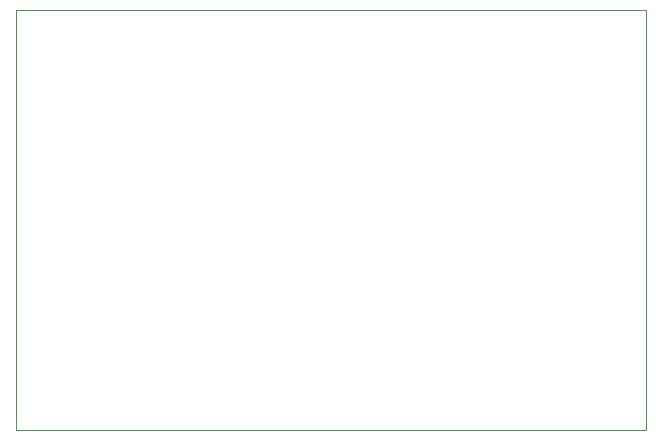
<source format=gbr>
%TF.GenerationSoftware,KiCad,Pcbnew,9.0.1*%
%TF.CreationDate,2025-05-22T01:20:04+01:00*%
%TF.ProjectId,ADAU1701-DSP,41444155-3137-4303-912d-4453502e6b69,rev?*%
%TF.SameCoordinates,Original*%
%TF.FileFunction,Profile,NP*%
%FSLAX46Y46*%
G04 Gerber Fmt 4.6, Leading zero omitted, Abs format (unit mm)*
G04 Created by KiCad (PCBNEW 9.0.1) date 2025-05-22 01:20:04*
%MOMM*%
%LPD*%
G01*
G04 APERTURE LIST*
%TA.AperFunction,Profile*%
%ADD10C,0.050000*%
%TD*%
G04 APERTURE END LIST*
D10*
X151130000Y-101600000D02*
X204470000Y-101600000D01*
X204470000Y-137160000D01*
X151130000Y-137160000D01*
X151130000Y-101600000D01*
M02*

</source>
